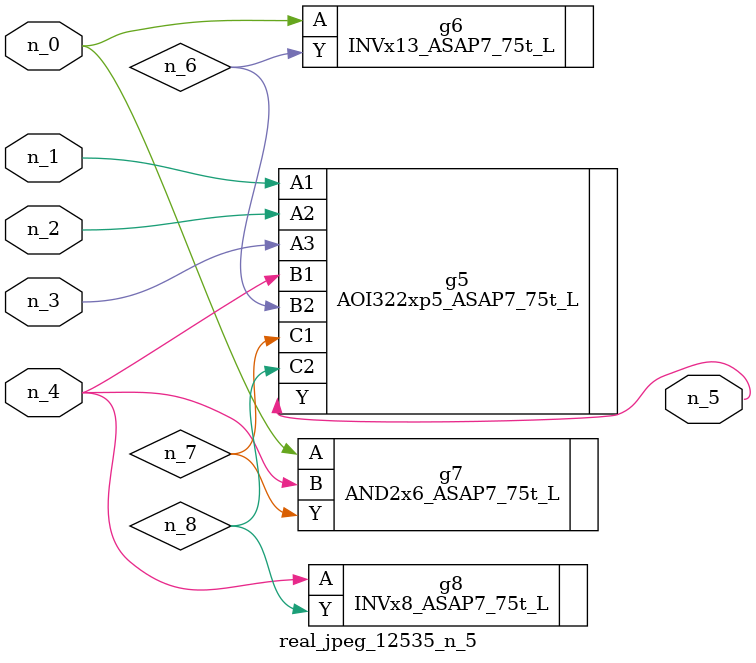
<source format=v>
module real_jpeg_12535_n_5 (n_4, n_0, n_1, n_2, n_3, n_5);

input n_4;
input n_0;
input n_1;
input n_2;
input n_3;

output n_5;

wire n_8;
wire n_6;
wire n_7;

INVx13_ASAP7_75t_L g6 ( 
.A(n_0),
.Y(n_6)
);

AND2x6_ASAP7_75t_L g7 ( 
.A(n_0),
.B(n_4),
.Y(n_7)
);

AOI322xp5_ASAP7_75t_L g5 ( 
.A1(n_1),
.A2(n_2),
.A3(n_3),
.B1(n_4),
.B2(n_6),
.C1(n_7),
.C2(n_8),
.Y(n_5)
);

INVx8_ASAP7_75t_L g8 ( 
.A(n_4),
.Y(n_8)
);


endmodule
</source>
